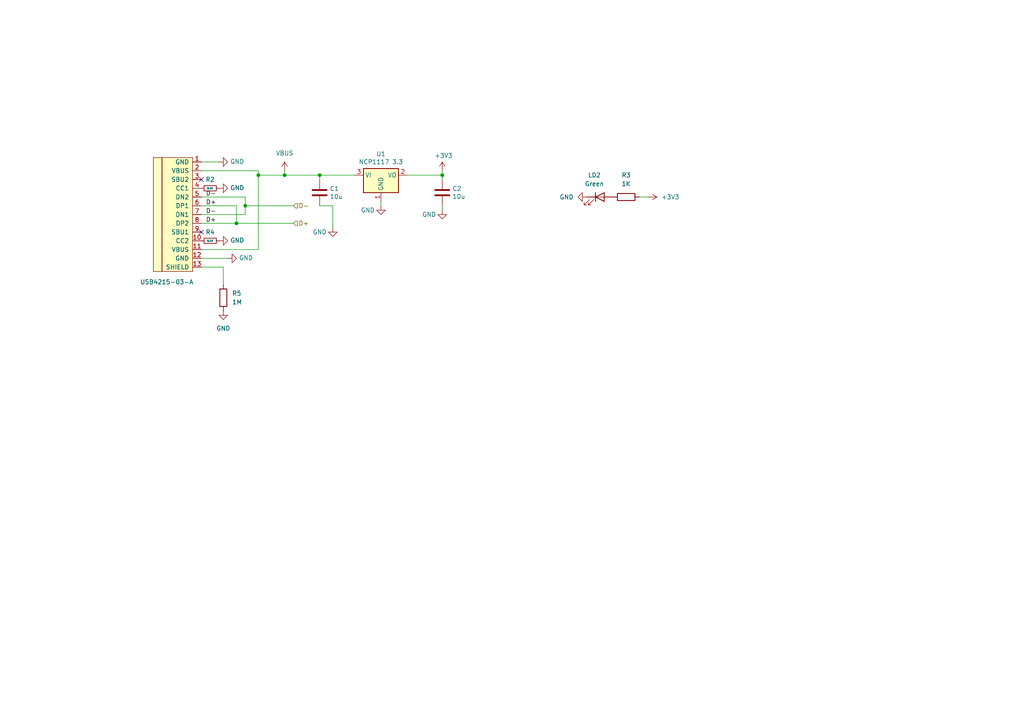
<source format=kicad_sch>
(kicad_sch (version 20250114) (generator "eeschema") (generator_version "9.0")
  (paper "A4")
  (title_block (title "MiniFRANK RM1") (date "2025-04-04") (rev "2.04") (company "Mikhail Matveev") (comment 1 "https://github.com/xtremespb/frank"))
  (lib_symbols
    (symbol "+3V3_1" (power) (pin_numbers (hide yes)) (pin_names (offset 0) (hide yes))
      (property "Value" "+3V3" (at 0 3.556 0))
      (symbol "+3V3_1_0_1"
        (polyline (pts (xy -0.762 1.27) (xy 0 2.54)))
        (polyline (pts (xy 0 2.54) (xy 0.762 1.27)))
        (polyline (pts (xy 0 0) (xy 0 2.54)))
      )
      (symbol "+3V3_1_1_1"
        (pin power_in line (at 0 0 90) (length 0) (name "~") (number "1"))
      )
    )
    (symbol "Device:C" (pin_numbers (hide yes)) (pin_names (offset 0.254))
      (property "Reference" "C" (at 0.635 2.54 0))
      (property "Value" "C" (at 0.635 -2.54 0))
      (symbol "C_0_1"
        (polyline (pts (xy -2.032 0.762) (xy 2.032 0.762)) (stroke (width 0.508)))
        (polyline (pts (xy -2.032 -0.762) (xy 2.032 -0.762)) (stroke (width 0.508)))
      )
      (symbol "C_1_1"
        (pin passive line (at 0 3.81 270) (length 2.794) (name "~") (number "1"))
        (pin passive line (at 0 -3.81 90) (length 2.794) (name "~") (number "2"))
      )
    )
    (symbol "Device:LED" (pin_numbers (hide yes)) (pin_names (offset 1.016) (hide yes))
      (property "Reference" "D" (at 0 2.54 0))
      (property "Value" "LED" (at 0 -2.54 0))
      (symbol "LED_0_1"
        (polyline (pts (xy -3.048 -0.762) (xy -4.572 -2.286) (xy -3.81 -2.286) (xy -4.572 -2.286) (xy -4.572 -1.524)))
        (polyline (pts (xy -1.778 -0.762) (xy -3.302 -2.286) (xy -2.54 -2.286) (xy -3.302 -2.286) (xy -3.302 -1.524)))
        (polyline (pts (xy -1.27 0) (xy 1.27 0)))
        (polyline (pts (xy -1.27 -1.27) (xy -1.27 1.27)) (stroke (width 0.254)))
        (polyline (pts (xy 1.27 -1.27) (xy 1.27 1.27) (xy -1.27 0) (xy 1.27 -1.27)) (stroke (width 0.254)))
      )
      (symbol "LED_1_1"
        (pin passive line (at -3.81 0 0) (length 2.54) (name "K") (number "1"))
        (pin passive line (at 3.81 0 180) (length 2.54) (name "A") (number "2"))
      )
    )
    (symbol "Device:R" (pin_numbers (hide yes)) (pin_names (offset 0))
      (property "Reference" "R" (at 2.032 0 90))
      (property "Value" "R" (at 0 0 90))
      (symbol "R_0_1"
        (rectangle (start -1.016 -2.54) (end 1.016 2.54) (stroke (width 0.254)))
      )
      (symbol "R_1_1"
        (pin passive line (at 0 3.81 270) (length 1.27) (name "~") (number "1"))
        (pin passive line (at 0 -3.81 90) (length 1.27) (name "~") (number "2"))
      )
    )
    (symbol "Device:R_Small" (pin_numbers (hide yes)) (pin_names (offset 0.254) (hide yes))
      (property "Reference" "R" (at 0.762 0.508 0))
      (property "Value" "R_Small" (at 0.762 -1.016 0))
      (symbol "R_Small_0_1"
        (rectangle (start -0.762 1.778) (end 0.762 -1.778) (stroke (width 0.2032)))
      )
      (symbol "R_Small_1_1"
        (pin passive line (at 0 2.54 270) (length 0.762) (name "~") (number "1"))
        (pin passive line (at 0 -2.54 90) (length 0.762) (name "~") (number "2"))
      )
    )
    (symbol "FRANK:USB-C" (pin_names (offset 1.016))
      (property "Value" "USB Type C" (at 0.254 -20.828 0))
      (symbol "USB-C_0_1"
        (rectangle (start -11.43 15.24) (end -8.89 -17.78) (fill (type background)))
        (rectangle (start 0 -17.78) (end -8.89 15.24) (fill (type background)))
      )
      (symbol "USB-C_1_1"
        (pin input line (at 2.54 13.97 180) (length 2.54) (name "GND") (number "1"))
        (pin input line (at 2.54 11.43 180) (length 2.54) (name "VBUS") (number "2"))
        (pin input line (at 2.54 8.89 180) (length 2.54) (name "SBU2") (number "3"))
        (pin input line (at 2.54 6.35 180) (length 2.54) (name "CC1") (number "4"))
        (pin input line (at 2.54 3.81 180) (length 2.54) (name "DN2") (number "5"))
        (pin input line (at 2.54 1.27 180) (length 2.54) (name "DP1") (number "6"))
        (pin input line (at 2.54 -1.27 180) (length 2.54) (name "DN1") (number "7"))
        (pin input line (at 2.54 -3.81 180) (length 2.54) (name "DP2") (number "8"))
        (pin input line (at 2.54 -6.35 180) (length 2.54) (name "SBU1") (number "9"))
        (pin input line (at 2.54 -8.89 180) (length 2.54) (name "CC2") (number "10"))
        (pin input line (at 2.54 -11.43 180) (length 2.54) (name "VBUS") (number "11"))
        (pin input line (at 2.54 -13.97 180) (length 2.54) (name "GND") (number "12"))
        (pin input line (at 2.54 -16.51 180) (length 2.54) (name "SHIELD") (number "13"))
      )
    )
    (symbol "GND_1" (power) (pin_numbers (hide yes)) (pin_names (offset 0) (hide yes))
      (property "Value" "GND" (at 0 -3.81 0))
      (symbol "GND_1_0_1"
        (polyline (pts (xy 0 0) (xy 0 -1.27) (xy 1.27 -1.27) (xy 0 -2.54) (xy -1.27 -1.27) (xy 0 -1.27)))
      )
      (symbol "GND_1_1_1"
        (pin power_in line (at 0 0 270) (length 0) (name "~") (number "1"))
      )
    )
    (symbol "GND_2" (power) (pin_numbers (hide yes)) (pin_names (offset 0) (hide yes))
      (property "Value" "GND" (at 0 -3.81 0))
      (symbol "GND_2_0_1"
        (polyline (pts (xy 0 0) (xy 0 -1.27) (xy 1.27 -1.27) (xy 0 -2.54) (xy -1.27 -1.27) (xy 0 -1.27)))
      )
      (symbol "GND_2_1_1"
        (pin power_in line (at 0 0 270) (length 0) (name "~") (number "1"))
      )
    )
    (symbol "GND_3" (power) (pin_numbers (hide yes)) (pin_names (offset 0) (hide yes))
      (property "Value" "GND" (at 0 -3.81 0))
      (symbol "GND_3_0_1"
        (polyline (pts (xy 0 0) (xy 0 -1.27) (xy 1.27 -1.27) (xy 0 -2.54) (xy -1.27 -1.27) (xy 0 -1.27)))
      )
      (symbol "GND_3_1_1"
        (pin power_in line (at 0 0 270) (length 0) (name "~") (number "1"))
      )
    )
    (symbol "GND_4" (power) (pin_numbers (hide yes)) (pin_names (offset 0) (hide yes))
      (property "Value" "GND" (at 0 -3.81 0))
      (symbol "GND_4_0_1"
        (polyline (pts (xy 0 0) (xy 0 -1.27) (xy 1.27 -1.27) (xy 0 -2.54) (xy -1.27 -1.27) (xy 0 -1.27)))
      )
      (symbol "GND_4_1_1"
        (pin power_in line (at 0 0 270) (length 0) (name "~") (number "1"))
      )
    )
    (symbol "GND_5" (power) (pin_numbers (hide yes)) (pin_names (offset 0) (hide yes))
      (property "Value" "GND" (at 0 -3.81 0))
      (symbol "GND_5_0_1"
        (polyline (pts (xy 0 0) (xy 0 -1.27) (xy 1.27 -1.27) (xy 0 -2.54) (xy -1.27 -1.27) (xy 0 -1.27)))
      )
      (symbol "GND_5_1_1"
        (pin power_in line (at 0 0 270) (length 0) (name "~") (number "1"))
      )
    )
    (symbol "GND_6" (power) (pin_numbers (hide yes)) (pin_names (offset 0) (hide yes))
      (property "Value" "GND" (at 0 -3.81 0))
      (symbol "GND_6_0_1"
        (polyline (pts (xy 0 0) (xy 0 -1.27) (xy 1.27 -1.27) (xy 0 -2.54) (xy -1.27 -1.27) (xy 0 -1.27)))
      )
      (symbol "GND_6_1_1"
        (pin power_in line (at 0 0 270) (length 0) (name "~") (number "1"))
      )
    )
    (symbol "GND_7" (power) (pin_numbers (hide yes)) (pin_names (offset 0) (hide yes))
      (property "Value" "GND" (at 0 -3.81 0))
      (symbol "GND_7_0_1"
        (polyline (pts (xy 0 0) (xy 0 -1.27) (xy 1.27 -1.27) (xy 0 -2.54) (xy -1.27 -1.27) (xy 0 -1.27)))
      )
      (symbol "GND_7_1_1"
        (pin power_in line (at 0 0 270) (length 0) (name "~") (number "1"))
      )
    )
    (symbol "Regulator_Linear:NCP1117-3.3_SOT223"
      (property "Reference" "U" (at -3.81 3.175 0))
      (property "Value" "NCP1117-3.3_SOT223" (at 0 3.175 0))
      (symbol "NCP1117-3.3_SOT223_0_1"
        (rectangle (start -5.08 -5.08) (end 5.08 1.905) (stroke (width 0.254)) (fill (type background)))
      )
      (symbol "NCP1117-3.3_SOT223_1_1"
        (pin power_in line (at -7.62 0 0) (length 2.54) (name "VI") (number "3"))
        (pin power_in line (at 0 -7.62 90) (length 2.54) (name "GND") (number "1"))
        (pin power_out line (at 7.62 0 180) (length 2.54) (name "VO") (number "2"))
      )
    )
    (symbol "power:+3V3" (power) (pin_numbers (hide yes)) (pin_names (offset 0) (hide yes))
      (property "Value" "+3V3" (at 0 3.556 0))
      (symbol "+3V3_0_1"
        (polyline (pts (xy -0.762 1.27) (xy 0 2.54)))
        (polyline (pts (xy 0 2.54) (xy 0.762 1.27)))
        (polyline (pts (xy 0 0) (xy 0 2.54)))
      )
      (symbol "+3V3_1_1"
        (pin power_in line (at 0 0 90) (length 0) (name "~") (number "1"))
      )
    )
    (symbol "power:GND" (power) (pin_numbers (hide yes)) (pin_names (offset 0) (hide yes))
      (property "Value" "GND" (at 0 -3.81 0))
      (symbol "GND_0_1"
        (polyline (pts (xy 0 0) (xy 0 -1.27) (xy 1.27 -1.27) (xy 0 -2.54) (xy -1.27 -1.27) (xy 0 -1.27)))
      )
      (symbol "GND_1_1"
        (pin power_in line (at 0 0 270) (length 0) (name "~") (number "1"))
      )
    )
    (symbol "power:VBUS" (power) (pin_numbers (hide yes)) (pin_names (offset 0) (hide yes))
      (property "Value" "VBUS" (at 0 3.556 0))
      (symbol "VBUS_0_1"
        (polyline (pts (xy -0.762 1.27) (xy 0 2.54)))
        (polyline (pts (xy 0 2.54) (xy 0.762 1.27)))
        (polyline (pts (xy 0 0) (xy 0 2.54)))
      )
      (symbol "VBUS_1_1"
        (pin power_in line (at 0 0 90) (length 0) (name "~") (number "1"))
      )
    )
  )
  (junction (at 74.93 50.8))
  (junction (at 68.58 64.77))
  (junction (at 82.55 50.8))
  (junction (at 92.71 50.8))
  (junction (at 128.27 50.8))
  (junction (at 71.12 59.69))
  (no_connect (at 58.42 67.31))
  (no_connect (at 58.42 52.07))
  (wire (pts (xy 58.42 49.53) (xy 74.93 49.53)))
  (wire (pts (xy 58.42 59.69) (xy 68.58 59.69)))
  (wire (pts (xy 82.55 50.8) (xy 92.71 50.8)))
  (wire (pts (xy 58.42 74.93) (xy 66.04 74.93)))
  (wire (pts (xy 102.87 50.8) (xy 92.71 50.8)))
  (wire (pts (xy 128.27 50.8) (xy 128.27 49.53)))
  (wire (pts (xy 82.55 49.53) (xy 82.55 50.8)))
  (wire (pts (xy 74.93 72.39) (xy 58.42 72.39)))
  (wire (pts (xy 92.71 52.07) (xy 92.71 50.8)))
  (wire (pts (xy 128.27 52.07) (xy 128.27 50.8)))
  (wire (pts (xy 96.52 59.69) (xy 92.71 59.69)))
  (wire (pts (xy 118.11 50.8) (xy 128.27 50.8)))
  (wire (pts (xy 58.42 57.15) (xy 71.12 57.15)))
  (wire (pts (xy 58.42 62.23) (xy 71.12 62.23)))
  (wire (pts (xy 71.12 59.69) (xy 85.09 59.69)))
  (wire (pts (xy 74.93 50.8) (xy 74.93 72.39)))
  (wire (pts (xy 74.93 49.53) (xy 74.93 50.8)))
  (wire (pts (xy 71.12 59.69) (xy 71.12 62.23)))
  (wire (pts (xy 58.42 46.99) (xy 63.5 46.99)))
  (wire (pts (xy 128.27 59.69) (xy 128.27 60.96)))
  (wire (pts (xy 58.42 64.77) (xy 68.58 64.77)))
  (wire (pts (xy 96.52 59.69) (xy 96.52 66.04)))
  (wire (pts (xy 64.77 77.47) (xy 64.77 82.55)))
  (wire (pts (xy 58.42 77.47) (xy 64.77 77.47)))
  (wire (pts (xy 71.12 57.15) (xy 71.12 59.69)))
  (wire (pts (xy 185.42 57.15) (xy 187.96 57.15)))
  (wire (pts (xy 74.93 50.8) (xy 82.55 50.8)))
  (wire (pts (xy 110.49 58.42) (xy 110.49 59.69)))
  (wire (pts (xy 68.58 64.77) (xy 85.09 64.77)))
  (wire (pts (xy 68.58 59.69) (xy 68.58 64.77)))
  (label "D-" (at 59.69 62.23 0))
  (label "D+" (at 59.69 64.77 0))
  (label "D-" (at 59.69 57.15 0))
  (label "D+" (at 59.69 59.69 0))
  (hierarchical_label "D-" (shape input) (at 85.09 59.69 0))
  (hierarchical_label "D+" (shape input) (at 85.09 64.77 0))
  (symbol (lib_name "GND_3") (lib_id "power:GND") (at 96.52 66.04 0) (unit 1)
    (property "Reference" "#PWR013" (effects (hide yes)))
    (property "Value" "GND" (at 92.71 67.31 0))
    (property "Description" "Power symbol creates a global label with name \"GND\" , ground" (effects (hide yes)))
  )
  (symbol (lib_id "power:VBUS") (at 82.55 49.53 0) (unit 1)
    (property "Reference" "#PWR06" (effects (hide yes)))
    (property "Value" "VBUS" (at 82.55 44.45 0))
    (property "Description" "Power symbol creates a global label with name \"VBUS\"" (effects (hide yes)))
  )
  (symbol (lib_name "GND_5") (lib_id "power:GND") (at 63.5 69.85 90) (unit 1)
    (property "Reference" "#PWR014" (effects (hide yes)))
    (property "Value" "GND" (at 66.7512 69.723 90) (effects (justify right)))
    (property "Description" "Power symbol creates a global label with name \"GND\" , ground" (effects (hide yes)))
  )
  (symbol (lib_name "GND_2") (lib_id "power:GND") (at 170.18 57.15 270) (unit 1)
    (property "Reference" "#PWR09" (effects (hide yes)))
    (property "Value" "GND" (at 166.37 57.1499 90) (effects (justify right)))
    (property "Description" "Power symbol creates a global label with name \"GND\" , ground" (effects (hide yes)))
  )
  (symbol (lib_id "Device:LED") (at 173.99 57.15 0) (unit 1)
    (property "Reference" "LD2" (at 172.4025 50.8 0))
    (property "Value" "Green" (at 172.4025 53.34 0))
    (property "Footprint" "FRANK:LED (0805)" (effects (hide yes)))
    (property "Datasheet" "https://www.farnell.com/datasheets/1760130.pdf" (effects (hide yes)))
    (property "Description" "Light emitting diode" (effects (hide yes)))
    (property "AliExpress" "https://www.aliexpress.com/item/1005007252088951.html" (effects (hide yes)))
    (property "Sim.Pins" "1=K 2=A" (effects (hide yes)))
  )
  (symbol (lib_id "Regulator_Linear:NCP1117-3.3_SOT223") (at 110.49 50.8 0) (unit 1)
    (property "Reference" "U1" (at 110.49 44.6532 0))
    (property "Value" "NCP1117 3.3" (at 110.49 46.9646 0))
    (property "Footprint" "FRANK:SOT-223" (effects (hide yes)))
    (property "Datasheet" "http://www.onsemi.com/pub_link/Collateral/NCP1117-D.PDF" (effects (hide yes)))
    (property "AliExpress" "https://www.aliexpress.com/item/1005005802338707.html" (effects (hide yes)))
  )
  (symbol (lib_id "Device:C") (at 128.27 55.88 0) (unit 1)
    (property "Reference" "C2" (at 131.191 54.7116 0) (effects (justify left)))
    (property "Value" "10u" (at 131.191 57.023 0) (effects (justify left)))
    (property "Footprint" "FRANK:Capacitor (0805)" (effects (hide yes)))
    (property "Datasheet" "https://eu.mouser.com/datasheet/2/40/KGM_X7R-3223212.pdf" (effects (hide yes)))
    (property "AliExpress" "https://www.aliexpress.com/item/33008008276.html" (effects (hide yes)))
  )
  (symbol (lib_name "GND_7") (lib_id "power:GND") (at 66.04 74.93 90) (unit 1)
    (property "Reference" "#PWR015" (effects (hide yes)))
    (property "Value" "GND" (at 69.2912 74.803 90) (effects (justify right)))
    (property "Description" "Power symbol creates a global label with name \"GND\" , ground" (effects (hide yes)))
  )
  (symbol (lib_id "FRANK:USB-C") (at 55.88 60.96 0) (unit 1)
    (property "Reference" "USB1" (effects (hide yes)))
    (property "Value" "USB4215-03-A" (at 56.134 81.788 0) (effects (justify right)))
    (property "Footprint" "FRANK:USB Type C" (effects (hide yes)))
    (property "Datasheet" "https://eu.mouser.com/datasheet/2/837/usb4215-3472997.pdf" (effects (hide yes)))
    (property "LCSC" "C165948" (effects (hide yes)))
    (property "AliExpress" "https://www.aliexpress.com/item/1005005500797563.html" (effects (hide yes)))
  )
  (symbol (lib_id "Device:C") (at 92.71 55.88 0) (unit 1)
    (property "Reference" "C1" (at 95.631 54.7116 0) (effects (justify left)))
    (property "Value" "10u" (at 95.631 57.023 0) (effects (justify left)))
    (property "Footprint" "FRANK:Capacitor (0805)" (effects (hide yes)))
    (property "Datasheet" "https://eu.mouser.com/datasheet/2/40/KGM_X7R-3223212.pdf" (effects (hide yes)))
    (property "AliExpress" "https://www.aliexpress.com/item/33008008276.html" (effects (hide yes)))
  )
  (symbol (lib_id "Device:R") (at 181.61 57.15 90) (unit 1)
    (property "Reference" "R3" (at 181.61 50.8 90))
    (property "Value" "1K" (at 181.61 53.34 90))
    (property "Footprint" "FRANK:Resistor (0805)" (effects (hide yes)))
    (property "Datasheet" "https://www.vishay.com/docs/28952/mcs0402at-mct0603at-mcu0805at-mca1206at.pdf" (effects (hide yes)))
    (property "Description" "Resistor" (effects (hide yes)))
    (property "AliExpress" "https://www.vishay.com/docs/28952/mcs0402at-mct0603at-mcu0805at-mca1206at.pdf" (effects (hide yes)))
  )
  (symbol (lib_id "Device:R_Small") (at 60.96 69.85 270) (unit 1)
    (property "Reference" "R4" (at 60.96 67.31 90))
    (property "Value" "5.1K" (at 60.96 69.85 90) (effects (font (size 0.508 0.508))))
    (property "Footprint" "FRANK:Resistor (0805)" (effects (hide yes)))
    (property "Datasheet" "https://www.vishay.com/docs/28952/mcs0402at-mct0603at-mcu0805at-mca1206at.pdf" (effects (hide yes)))
    (property "LCSC" " " (effects (hide yes)))
    (property "AliExpress" "https://www.aliexpress.com/item/1005005945735199.html" (effects (hide yes)))
  )
  (symbol (lib_name "GND_6") (lib_id "power:GND") (at 63.5 54.61 90) (unit 1)
    (property "Reference" "#PWR08" (effects (hide yes)))
    (property "Value" "GND" (at 66.7512 54.483 90) (effects (justify right)))
    (property "Description" "Power symbol creates a global label with name \"GND\" , ground" (effects (hide yes)))
  )
  (symbol (lib_name "GND_1") (lib_id "power:GND") (at 128.27 60.96 0) (unit 1)
    (property "Reference" "#PWR012" (effects (hide yes)))
    (property "Value" "GND" (at 124.46 62.23 0))
    (property "Description" "Power symbol creates a global label with name \"GND\" , ground" (effects (hide yes)))
  )
  (symbol (lib_id "power:+3V3") (at 128.27 49.53 0) (unit 1)
    (property "Reference" "#PWR07" (effects (hide yes)))
    (property "Value" "+3V3" (at 128.651 45.1358 0))
    (property "Description" "Power symbol creates a global label with name \"+3V3\"" (effects (hide yes)))
  )
  (symbol (lib_id "Device:R_Small") (at 60.96 54.61 270) (unit 1)
    (property "Reference" "R2" (at 60.96 52.07 90))
    (property "Value" "5.1K" (at 60.96 54.61 90) (effects (font (size 0.508 0.508))))
    (property "Footprint" "FRANK:Resistor (0805)" (effects (hide yes)))
    (property "Datasheet" "https://www.vishay.com/docs/28952/mcs0402at-mct0603at-mcu0805at-mca1206at.pdf" (effects (hide yes)))
    (property "LCSC" " " (effects (hide yes)))
    (property "AliExpress" "https://www.aliexpress.com/item/1005005945735199.html" (effects (hide yes)))
  )
  (symbol (lib_id "power:GND") (at 63.5 46.99 90) (unit 1)
    (property "Reference" "#PWR05" (effects (hide yes)))
    (property "Value" "GND" (at 66.7512 46.863 90) (effects (justify right)))
    (property "Description" "Power symbol creates a global label with name \"GND\" , ground" (effects (hide yes)))
  )
  (symbol (lib_id "power:GND") (at 64.77 90.17 0) (unit 1)
    (property "Reference" "#PWR016" (effects (hide yes)))
    (property "Value" "GND" (at 64.77 95.25 0))
    (property "Description" "Power symbol creates a global label with name \"GND\" , ground" (effects (hide yes)))
  )
  (symbol (lib_id "Device:R") (at 64.77 86.36 0) (unit 1)
    (property "Reference" "R5" (at 67.31 85.0899 0) (effects (justify left)))
    (property "Value" "1M" (at 67.31 87.6299 0) (effects (justify left)))
    (property "Footprint" "FRANK:Resistor (0805)" (effects (hide yes)))
    (property "Datasheet" "https://www.vishay.com/docs/28952/mcs0402at-mct0603at-mcu0805at-mca1206at.pdf" (effects (hide yes)))
    (property "AliExpress" "https://www.aliexpress.com/item/1005005945735199.html" (effects (hide yes)))
  )
  (symbol (lib_name "+3V3_1") (lib_id "power:+3V3") (at 187.96 57.15 270) (unit 1)
    (property "Reference" "#PWR010" (effects (hide yes)))
    (property "Value" "+3V3" (at 191.77 57.1499 90) (effects (justify left)))
    (property "Description" "Power symbol creates a global label with name \"+3V3\"" (effects (hide yes)))
  )
  (symbol (lib_name "GND_4") (lib_id "power:GND") (at 110.49 59.69 0) (unit 1)
    (property "Reference" "#PWR011" (effects (hide yes)))
    (property "Value" "GND" (at 106.68 60.96 0))
    (property "Description" "Power symbol creates a global label with name \"GND\" , ground" (effects (hide yes)))
  )
)
</source>
